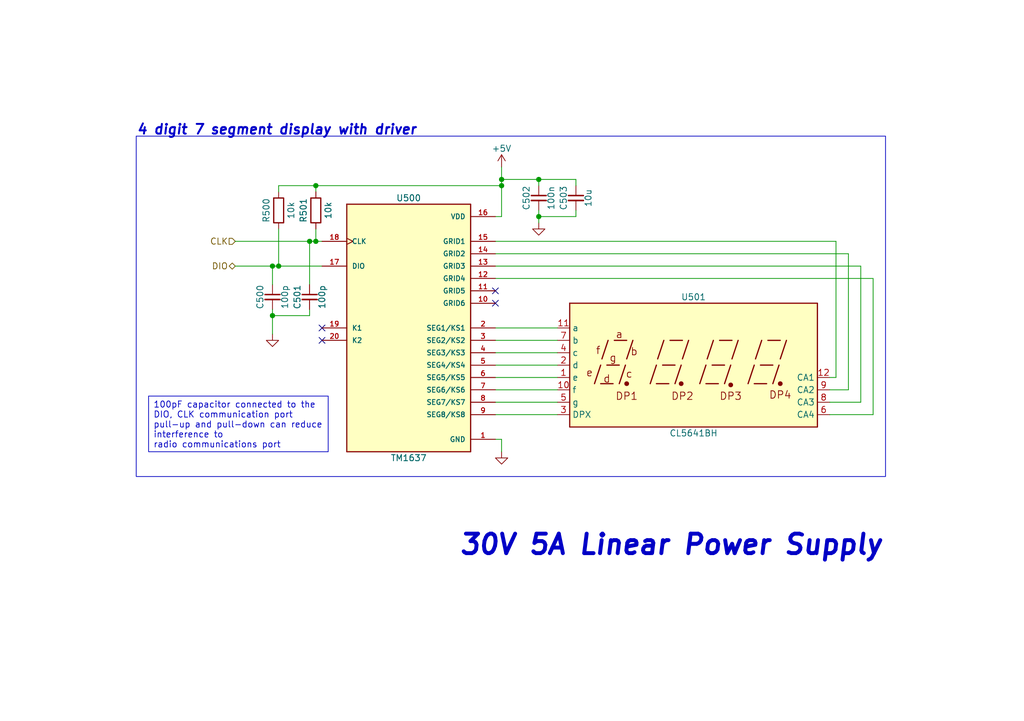
<source format=kicad_sch>
(kicad_sch (version 20231120) (generator "eeschema") (generator_version "8.0")
  (paper "A5")
  (title_block (title "4 digit 7 segment display") (date "2024-02-25") (rev "V1.0") (company "Dominik Workshop"))
  (lib_symbols
    (symbol "Device:C_Small" (pin_numbers hide) (pin_names (offset 0.254) hide)
      (property "Reference" "C" (at 0.254 1.778 0))
      (property "Value" "C_Small" (at 0.254 -2.032 0))
      (symbol "C_Small_0_1"
        (polyline (pts (xy -1.524 -0.508) (xy 1.524 -0.508)) (stroke (width 0.3302)))
        (polyline (pts (xy -1.524 0.508) (xy 1.524 0.508)) (stroke (width 0.3048)))
      )
      (symbol "C_Small_1_1"
        (pin passive line (at 0 2.54 270) (length 2.032) (name "~") (number "1"))
        (pin passive line (at 0 -2.54 90) (length 2.032) (name "~") (number "2"))
      )
    )
    (symbol "Device:R" (pin_numbers hide) (pin_names (offset 0))
      (property "Reference" "R" (at 2.032 0 90))
      (property "Value" "R" (at 0 0 90))
      (symbol "R_0_1"
        (rectangle (start -1.016 -2.54) (end 1.016 2.54) (stroke (width 0.254)))
      )
      (symbol "R_1_1"
        (pin passive line (at 0 3.81 270) (length 1.27) (name "~") (number "1"))
        (pin passive line (at 0 -3.81 90) (length 1.27) (name "~") (number "2"))
      )
    )
    (symbol "Display_Character:CA56-12SURKWA"
      (property "Reference" "U" (at -24.13 13.97 0))
      (property "Value" "CA56-12SURKWA" (at 17.78 13.97 0))
      (symbol "CA56-12SURKWA_0_0"
        (rectangle (start -25.4 12.7) (end 25.4 -12.7) (stroke (width 0.254)) (fill (type background)))
        (polyline (pts (xy -20.32 -3.81) (xy -19.05 0)) (stroke (width 0.254)))
        (polyline (pts (xy -19.05 -3.81) (xy -16.51 -3.81)) (stroke (width 0.254)))
        (polyline (pts (xy -18.796 1.27) (xy -17.526 5.08)) (stroke (width 0.254)))
        (polyline (pts (xy -17.78 0) (xy -15.24 0)) (stroke (width 0.254)))
        (polyline (pts (xy -16.256 5.08) (xy -13.716 5.08)) (stroke (width 0.254)))
        (polyline (pts (xy -15.24 -3.81) (xy -13.97 0)) (stroke (width 0.254)))
        (polyline (pts (xy -13.716 1.27) (xy -12.446 5.08)) (stroke (width 0.254)))
        (polyline (pts (xy -8.89 -3.81) (xy -7.62 0)) (stroke (width 0.254)))
        (polyline (pts (xy -7.62 -3.81) (xy -5.08 -3.81)) (stroke (width 0.254)))
        (polyline (pts (xy -7.366 1.27) (xy -6.096 5.08)) (stroke (width 0.254)))
        (polyline (pts (xy -6.35 0) (xy -3.81 0)) (stroke (width 0.254)))
        (polyline (pts (xy -4.826 5.08) (xy -2.286 5.08)) (stroke (width 0.254)))
        (polyline (pts (xy -3.81 -3.81) (xy -2.54 0)) (stroke (width 0.254)))
        (polyline (pts (xy -2.286 1.27) (xy -1.016 5.08)) (stroke (width 0.254)))
        (polyline (pts (xy 1.27 -3.81) (xy 2.54 0)) (stroke (width 0.254)))
        (polyline (pts (xy 2.54 -3.81) (xy 5.08 -3.81)) (stroke (width 0.254)))
        (polyline (pts (xy 2.794 1.27) (xy 4.064 5.08)) (stroke (width 0.254)))
        (polyline (pts (xy 3.81 0) (xy 6.35 0)) (stroke (width 0.254)))
        (polyline (pts (xy 5.334 5.08) (xy 7.874 5.08)) (stroke (width 0.254)))
        (polyline (pts (xy 6.35 -3.81) (xy 7.62 0)) (stroke (width 0.254)))
        (polyline (pts (xy 7.874 1.27) (xy 9.144 5.08)) (stroke (width 0.254)))
        (polyline (pts (xy 11.176 -3.81) (xy 12.446 0)) (stroke (width 0.254)))
        (polyline (pts (xy 12.446 -3.81) (xy 14.986 -3.81)) (stroke (width 0.254)))
        (polyline (pts (xy 12.7 1.27) (xy 13.97 5.08)) (stroke (width 0.254)))
        (polyline (pts (xy 13.716 0) (xy 16.256 0)) (stroke (width 0.254)))
        (polyline (pts (xy 15.24 5.08) (xy 17.78 5.08)) (stroke (width 0.254)))
        (polyline (pts (xy 16.256 -3.81) (xy 17.526 0)) (stroke (width 0.254)))
        (polyline (pts (xy 17.78 1.27) (xy 19.05 5.08)) (stroke (width 0.254)))
        (text "a" (at -15.24 6.35 0) (effects (font (size 1.524 1.524))))
        (text "b" (at -12.192 2.794 0) (effects (font (size 1.524 1.524))))
        (text "c" (at -13.208 -1.778 0) (effects (font (size 1.524 1.524))))
        (text "d" (at -17.78 -2.794 0) (effects (font (size 1.524 1.524))))
        (text "DP1" (at -13.716 -6.35 0) (effects (font (size 1.524 1.524))))
        (text "DP2" (at -2.286 -6.35 0) (effects (font (size 1.524 1.524))))
        (text "DP3" (at 7.62 -6.35 0) (effects (font (size 1.524 1.524))))
        (text "DP4" (at 17.78 -6.096 0) (effects (font (size 1.524 1.524))))
        (text "e" (at -21.336 -1.524 0) (effects (font (size 1.524 1.524))))
        (text "f" (at -19.558 3.048 0) (effects (font (size 1.524 1.524))))
        (text "g" (at -16.51 1.524 0) (effects (font (size 1.524 1.524))))
      )
      (symbol "CA56-12SURKWA_0_1"
        (circle (center -13.716 -3.81) (radius 0.3556) (stroke (width 0.254)) (fill (type outline)))
        (circle (center -2.54 -3.81) (radius 0.3556) (stroke (width 0.254)) (fill (type outline)))
      )
      (symbol "CA56-12SURKWA_1_0"
        (circle (center 7.62 -4.064) (radius 0.3556) (stroke (width 0.254)) (fill (type outline)))
        (circle (center 17.78 -3.81) (radius 0.3556) (stroke (width 0.254)) (fill (type outline)))
      )
      (symbol "CA56-12SURKWA_1_1"
        (pin input line (at -27.94 -2.54 0) (length 2.54) (name "e") (number "1"))
        (pin input line (at -27.94 -5.08 0) (length 2.54) (name "f") (number "10"))
        (pin input line (at -27.94 7.62 0) (length 2.54) (name "a") (number "11"))
        (pin input line (at 27.94 -2.54 180) (length 2.54) (name "CA1") (number "12"))
        (pin input line (at -27.94 0 0) (length 2.54) (name "d") (number "2"))
        (pin input line (at -27.94 -10.16 0) (length 2.54) (name "DPX") (number "3"))
        (pin input line (at -27.94 2.54 0) (length 2.54) (name "c") (number "4"))
        (pin input line (at -27.94 -7.62 0) (length 2.54) (name "g") (number "5"))
        (pin input line (at 27.94 -10.16 180) (length 2.54) (name "CA4") (number "6"))
        (pin input line (at -27.94 5.08 0) (length 2.54) (name "b") (number "7"))
        (pin input line (at 27.94 -7.62 180) (length 2.54) (name "CA3") (number "8"))
        (pin input line (at 27.94 -5.08 180) (length 2.54) (name "CA2") (number "9"))
      )
    )
    (symbol "TM1637:TM1637" (pin_names (offset 1.016))
      (property "Reference" "U" (at -12.7 27.94 0))
      (property "Value" "TM1637" (at -12.7 -30.48 0))
      (symbol "TM1637_0_0"
        (rectangle (start -12.7 -25.4) (end 12.7 25.4) (stroke (width 0.254)) (fill (type background)))
        (pin power_in line (at 17.78 -22.86 180) (length 5.08) (name "GND") (number "1"))
        (pin output line (at 17.78 5.08 180) (length 5.08) (name "GRID6") (number "10"))
        (pin output line (at 17.78 7.62 180) (length 5.08) (name "GRID5") (number "11"))
        (pin output line (at 17.78 10.16 180) (length 5.08) (name "GRID4") (number "12"))
        (pin output line (at 17.78 12.7 180) (length 5.08) (name "GRID3") (number "13"))
        (pin output line (at 17.78 15.24 180) (length 5.08) (name "GRID2") (number "14"))
        (pin output line (at 17.78 17.78 180) (length 5.08) (name "GRID1") (number "15"))
        (pin power_in line (at 17.78 22.86 180) (length 5.08) (name "VDD") (number "16"))
        (pin bidirectional line (at -17.78 12.7 0) (length 5.08) (name "DIO") (number "17"))
        (pin input clock (at -17.78 17.78 0) (length 5.08) (name "CLK") (number "18"))
        (pin input line (at -17.78 0 0) (length 5.08) (name "K1") (number "19"))
        (pin output line (at 17.78 0 180) (length 5.08) (name "SEG1/KS1") (number "2"))
        (pin input line (at -17.78 -2.54 0) (length 5.08) (name "K2") (number "20"))
        (pin output line (at 17.78 -2.54 180) (length 5.08) (name "SEG2/KS2") (number "3"))
        (pin output line (at 17.78 -5.08 180) (length 5.08) (name "SEG3/KS3") (number "4"))
        (pin output line (at 17.78 -7.62 180) (length 5.08) (name "SEG4/KS4") (number "5"))
        (pin output line (at 17.78 -10.16 180) (length 5.08) (name "SEG5/KS5") (number "6"))
        (pin output line (at 17.78 -12.7 180) (length 5.08) (name "SEG6/KS6") (number "7"))
        (pin output line (at 17.78 -15.24 180) (length 5.08) (name "SEG7/KS7") (number "8"))
        (pin output line (at 17.78 -17.78 180) (length 5.08) (name "SEG8/KS8") (number "9"))
      )
    )
    (symbol "power:+5V" (power) (pin_names (offset 0))
      (property "Value" "+5V" (at 0 3.556 0))
      (symbol "+5V_0_1"
        (polyline (pts (xy -0.762 1.27) (xy 0 2.54)))
        (polyline (pts (xy 0 0) (xy 0 2.54)))
        (polyline (pts (xy 0 2.54) (xy 0.762 1.27)))
      )
      (symbol "+5V_1_1"
        (pin power_in line (at 0 0 90) (length 0) hide (name "+5V") (number "1"))
      )
    )
    (symbol "power:GND" (power) (pin_names (offset 0))
      (property "Value" "GND" (at 0 -3.81 0))
      (symbol "GND_0_1"
        (polyline (pts (xy 0 0) (xy 0 -1.27) (xy 1.27 -1.27) (xy 0 -2.54) (xy -1.27 -1.27) (xy 0 -1.27)))
      )
      (symbol "GND_1_1"
        (pin power_in line (at 0 0 270) (length 0) hide (name "GND") (number "1"))
      )
    )
  )
  (junction (at 55.88 64.77))
  (junction (at 55.88 54.61))
  (junction (at 102.87 36.83))
  (junction (at 64.77 38.1))
  (junction (at 110.49 36.83))
  (junction (at 63.5 49.53))
  (junction (at 110.49 44.45))
  (junction (at 64.77 49.53))
  (junction (at 102.87 38.1))
  (junction (at 57.15 54.61))
  (no_connect (at 66.04 69.85))
  (no_connect (at 101.6 62.23))
  (no_connect (at 66.04 67.31))
  (no_connect (at 101.6 59.69))
  (wire (pts (xy 66.04 54.61) (xy 57.15 54.61)))
  (wire (pts (xy 63.5 49.53) (xy 63.5 58.42)))
  (wire (pts (xy 110.49 44.45) (xy 118.11 44.45)))
  (wire (pts (xy 171.45 49.53) (xy 171.45 77.47)))
  (wire (pts (xy 110.49 38.1) (xy 110.49 36.83)))
  (wire (pts (xy 64.77 38.1) (xy 64.77 39.37)))
  (wire (pts (xy 118.11 38.1) (xy 118.11 36.83)))
  (wire (pts (xy 114.3 85.09) (xy 101.6 85.09)))
  (wire (pts (xy 170.18 77.47) (xy 171.45 77.47)))
  (wire (pts (xy 102.87 36.83) (xy 110.49 36.83)))
  (wire (pts (xy 173.99 80.01) (xy 173.99 52.07)))
  (wire (pts (xy 101.6 54.61) (xy 176.53 54.61)))
  (wire (pts (xy 114.3 72.39) (xy 101.6 72.39)))
  (wire (pts (xy 170.18 80.01) (xy 173.99 80.01)))
  (wire (pts (xy 114.3 69.85) (xy 101.6 69.85)))
  (wire (pts (xy 57.15 39.37) (xy 57.15 38.1)))
  (wire (pts (xy 55.88 54.61) (xy 57.15 54.61)))
  (wire (pts (xy 170.18 85.09) (xy 179.07 85.09)))
  (wire (pts (xy 55.88 63.5) (xy 55.88 64.77)))
  (wire (pts (xy 55.88 54.61) (xy 55.88 58.42)))
  (wire (pts (xy 102.87 36.83) (xy 102.87 38.1)))
  (wire (pts (xy 110.49 43.18) (xy 110.49 44.45)))
  (wire (pts (xy 114.3 77.47) (xy 101.6 77.47)))
  (wire (pts (xy 48.26 54.61) (xy 55.88 54.61)))
  (wire (pts (xy 173.99 52.07) (xy 101.6 52.07)))
  (wire (pts (xy 55.88 64.77) (xy 63.5 64.77)))
  (wire (pts (xy 55.88 64.77) (xy 55.88 68.58)))
  (wire (pts (xy 114.3 80.01) (xy 101.6 80.01)))
  (wire (pts (xy 64.77 49.53) (xy 64.77 46.99)))
  (wire (pts (xy 102.87 44.45) (xy 101.6 44.45)))
  (wire (pts (xy 63.5 49.53) (xy 64.77 49.53)))
  (wire (pts (xy 102.87 34.29) (xy 102.87 36.83)))
  (wire (pts (xy 171.45 49.53) (xy 101.6 49.53)))
  (wire (pts (xy 114.3 82.55) (xy 101.6 82.55)))
  (wire (pts (xy 57.15 54.61) (xy 57.15 46.99)))
  (wire (pts (xy 114.3 74.93) (xy 101.6 74.93)))
  (wire (pts (xy 48.26 49.53) (xy 63.5 49.53)))
  (wire (pts (xy 118.11 36.83) (xy 110.49 36.83)))
  (wire (pts (xy 101.6 90.17) (xy 102.87 90.17)))
  (wire (pts (xy 176.53 82.55) (xy 176.53 54.61)))
  (wire (pts (xy 110.49 45.72) (xy 110.49 44.45)))
  (wire (pts (xy 170.18 82.55) (xy 176.53 82.55)))
  (wire (pts (xy 63.5 63.5) (xy 63.5 64.77)))
  (wire (pts (xy 64.77 38.1) (xy 102.87 38.1)))
  (wire (pts (xy 179.07 57.15) (xy 101.6 57.15)))
  (wire (pts (xy 114.3 67.31) (xy 101.6 67.31)))
  (wire (pts (xy 118.11 43.18) (xy 118.11 44.45)))
  (wire (pts (xy 66.04 49.53) (xy 64.77 49.53)))
  (wire (pts (xy 179.07 85.09) (xy 179.07 57.15)))
  (wire (pts (xy 102.87 90.17) (xy 102.87 92.71)))
  (wire (pts (xy 57.15 38.1) (xy 64.77 38.1)))
  (wire (pts (xy 102.87 38.1) (xy 102.87 44.45)))
  (rectangle (start 27.94 27.94) (end 181.61 97.79))
  (text_box "100pF capacitor connected to the DIO, CLK communication port pull-up and pull-down can reduce interference to\nradio communications port" (at 30.48 81.28 0) (size 36.83 11.43) (effects (font (size 1.27 1.27)) (justify left top)))
  (text "4 digit 7 segment display with driver\n" (at 27.94 27.94 0) (effects (font (size 2 2) (bold yes) (italic yes)) (justify left bottom)))
  (text "30V 5A Linear Power Supply" (at 93.98 114.3 0) (effects (font (size 4 4) (thickness 0.8) (bold yes) (italic yes)) (justify left bottom)))
  (hierarchical_label "CLK" (shape input) (at 48.26 49.53 180))
  (hierarchical_label "DIO" (shape bidirectional) (at 48.26 54.61 180))
  (symbol (lib_id "Device:C_Small") (at 110.49 40.64 0) (unit 1)
    (property "Reference" "C502" (at 107.95 40.64 90))
    (property "Value" "100n" (at 113.03 40.64 90))
    (property "Footprint" "Capacitor_SMD:C_0603_1608Metric" (effects (hide yes)))
  )
  (symbol (lib_id "Device:R") (at 57.15 43.18 0) (unit 1)
    (property "Reference" "R500" (at 54.61 43.18 90))
    (property "Value" "10k" (at 59.69 43.18 90))
    (property "Footprint" "Resistor_SMD:R_0603_1608Metric" (effects (hide yes)))
  )
  (symbol (lib_id "Device:R") (at 64.77 43.18 0) (unit 1)
    (property "Reference" "R501" (at 62.23 43.18 90))
    (property "Value" "10k" (at 67.31 43.18 90))
    (property "Footprint" "Resistor_SMD:R_0603_1608Metric" (effects (hide yes)))
  )
  (symbol (lib_id "Device:C_Small") (at 55.88 60.96 0) (unit 1)
    (property "Reference" "C500" (at 53.34 60.96 90))
    (property "Value" "100p" (at 58.42 60.96 90))
    (property "Footprint" "Capacitor_SMD:C_0603_1608Metric" (effects (hide yes)))
  )
  (symbol (lib_id "Device:C_Small") (at 63.5 60.96 0) (unit 1)
    (property "Reference" "C501" (at 60.96 60.96 90))
    (property "Value" "100p" (at 66.04 60.96 90))
    (property "Footprint" "Capacitor_SMD:C_0603_1608Metric" (effects (hide yes)))
  )
  (symbol (lib_id "TM1637:TM1637") (at 83.82 67.31 0) (unit 1)
    (property "Reference" "U500" (at 83.82 40.64 0))
    (property "Value" "TM1637" (at 83.82 93.98 0))
    (property "Footprint" "Package_SO:SOP-20_7.5x12.8mm_P1.27mm" (effects (hide yes)))
    (property "Datasheet" "https://m5stack.oss-cn-shenzhen.aliyuncs.com/resource/docs/datasheet/unit/digi_clock/TM1637.pdf" (effects (hide yes)))
    (property "Description" "\nLED Drive Control Special Circuit\n" (effects (hide yes)))
    (property "PARTREV" "v2.5" (effects (hide yes)))
    (property "SnapEDA_Link" "https://www.snapeda.com/parts/TM1637/Titan+Micro+Electronics/view-part/?ref=snap" (effects (hide yes)))
    (property "MP" "TM1637" (effects (hide yes)))
  )
  (symbol (lib_id "Device:C_Small") (at 118.11 40.64 0) (unit 1)
    (property "Reference" "C503" (at 115.57 40.64 90))
    (property "Value" "10u" (at 120.65 40.64 90))
    (property "Footprint" "Capacitor_SMD:C_0603_1608Metric" (effects (hide yes)))
  )
  (symbol (lib_id "Display_Character:CA56-12SURKWA") (at 142.24 74.93 0) (unit 1)
    (property "Reference" "U501" (at 142.24 60.96 0))
    (property "Value" "CL5641BH" (at 142.24 88.9 0))
    (property "Footprint" "Display_7Segment:CA56-12SURKWA" (effects (hide yes)))
    (property "Datasheet" "http://www.xlitx.com/datasheet/5641BH.pdf" (effects (hide yes)))
  )
  (symbol (lib_id "power:GND") (at 102.87 92.71 0) (unit 1)
    (property "Reference" "#PWR0502" (effects (hide yes)))
    (property "Value" "GND" (effects (hide yes)))
  )
  (symbol (lib_id "power:+5V") (at 102.87 34.29 0) (mirror y) (unit 1)
    (property "Reference" "#PWR0501" (effects (hide yes)))
    (property "Value" "+5V" (at 102.87 30.48 0))
  )
  (symbol (lib_id "power:GND") (at 110.49 45.72 0) (unit 1)
    (property "Reference" "#PWR0503" (effects (hide yes)))
    (property "Value" "GND" (effects (hide yes)))
  )
  (symbol (lib_id "power:GND") (at 55.88 68.58 0) (unit 1)
    (property "Reference" "#PWR0500" (effects (hide yes)))
    (property "Value" "GND" (effects (hide yes)))
  )
)
</source>
